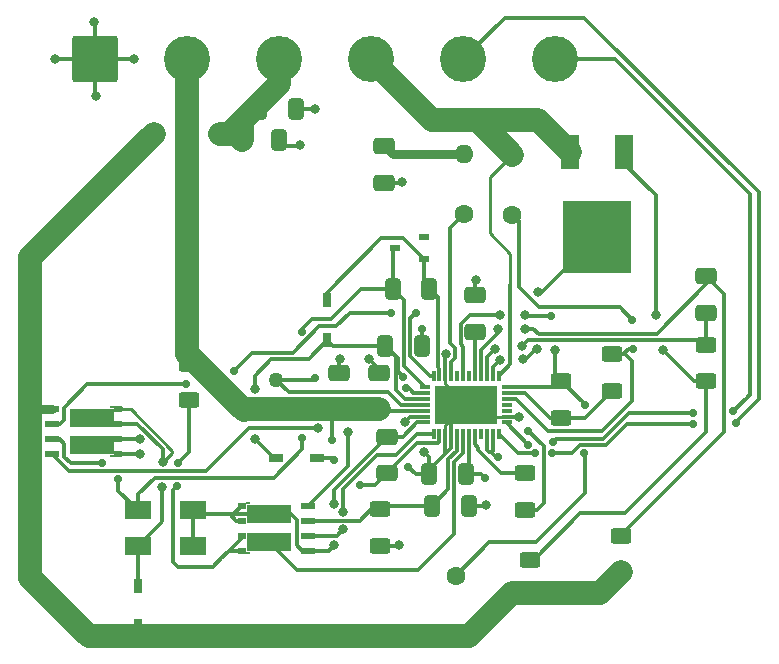
<source format=gbr>
%TF.GenerationSoftware,KiCad,Pcbnew,7.0.8*%
%TF.CreationDate,2024-02-23T11:16:18-06:00*%
%TF.ProjectId,LT4020_12_BatCharger,4c543430-3230-45f3-9132-5f4261744368,rev?*%
%TF.SameCoordinates,Original*%
%TF.FileFunction,Copper,L1,Top*%
%TF.FilePolarity,Positive*%
%FSLAX46Y46*%
G04 Gerber Fmt 4.6, Leading zero omitted, Abs format (unit mm)*
G04 Created by KiCad (PCBNEW 7.0.8) date 2024-02-23 11:16:18*
%MOMM*%
%LPD*%
G01*
G04 APERTURE LIST*
G04 Aperture macros list*
%AMRoundRect*
0 Rectangle with rounded corners*
0 $1 Rounding radius*
0 $2 $3 $4 $5 $6 $7 $8 $9 X,Y pos of 4 corners*
0 Add a 4 corners polygon primitive as box body*
4,1,4,$2,$3,$4,$5,$6,$7,$8,$9,$2,$3,0*
0 Add four circle primitives for the rounded corners*
1,1,$1+$1,$2,$3*
1,1,$1+$1,$4,$5*
1,1,$1+$1,$6,$7*
1,1,$1+$1,$8,$9*
0 Add four rect primitives between the rounded corners*
20,1,$1+$1,$2,$3,$4,$5,0*
20,1,$1+$1,$4,$5,$6,$7,0*
20,1,$1+$1,$6,$7,$8,$9,0*
20,1,$1+$1,$8,$9,$2,$3,0*%
G04 Aperture macros list end*
%TA.AperFunction,SMDPad,CuDef*%
%ADD10RoundRect,0.250000X0.625000X-0.400000X0.625000X0.400000X-0.625000X0.400000X-0.625000X-0.400000X0*%
%TD*%
%TA.AperFunction,SMDPad,CuDef*%
%ADD11R,3.810000X1.650000*%
%TD*%
%TA.AperFunction,SMDPad,CuDef*%
%ADD12R,1.270000X0.610000*%
%TD*%
%TA.AperFunction,SMDPad,CuDef*%
%ADD13R,0.710000X0.610000*%
%TD*%
%TA.AperFunction,SMDPad,CuDef*%
%ADD14R,0.310000X0.230000*%
%TD*%
%TA.AperFunction,ComponentPad*%
%ADD15RoundRect,0.250002X-1.699998X-1.699998X1.699998X-1.699998X1.699998X1.699998X-1.699998X1.699998X0*%
%TD*%
%TA.AperFunction,ComponentPad*%
%ADD16C,3.900000*%
%TD*%
%TA.AperFunction,SMDPad,CuDef*%
%ADD17R,2.200000X1.500000*%
%TD*%
%TA.AperFunction,SMDPad,CuDef*%
%ADD18R,0.750000X1.200000*%
%TD*%
%TA.AperFunction,SMDPad,CuDef*%
%ADD19RoundRect,0.250000X-0.412500X-0.650000X0.412500X-0.650000X0.412500X0.650000X-0.412500X0.650000X0*%
%TD*%
%TA.AperFunction,SMDPad,CuDef*%
%ADD20RoundRect,0.250000X-0.625000X0.400000X-0.625000X-0.400000X0.625000X-0.400000X0.625000X0.400000X0*%
%TD*%
%TA.AperFunction,SMDPad,CuDef*%
%ADD21RoundRect,0.250000X0.650000X-0.412500X0.650000X0.412500X-0.650000X0.412500X-0.650000X-0.412500X0*%
%TD*%
%TA.AperFunction,SMDPad,CuDef*%
%ADD22RoundRect,0.250000X0.412500X0.650000X-0.412500X0.650000X-0.412500X-0.650000X0.412500X-0.650000X0*%
%TD*%
%TA.AperFunction,ComponentPad*%
%ADD23R,1.275000X1.275000*%
%TD*%
%TA.AperFunction,ComponentPad*%
%ADD24C,1.275000*%
%TD*%
%TA.AperFunction,SMDPad,CuDef*%
%ADD25R,1.600000X3.000000*%
%TD*%
%TA.AperFunction,SMDPad,CuDef*%
%ADD26R,5.800000X6.200000*%
%TD*%
%TA.AperFunction,SMDPad,CuDef*%
%ADD27R,0.300000X0.850000*%
%TD*%
%TA.AperFunction,SMDPad,CuDef*%
%ADD28R,0.850000X0.300000*%
%TD*%
%TA.AperFunction,SMDPad,CuDef*%
%ADD29R,5.250000X3.250000*%
%TD*%
%TA.AperFunction,SMDPad,CuDef*%
%ADD30RoundRect,0.250000X-0.650000X0.412500X-0.650000X-0.412500X0.650000X-0.412500X0.650000X0.412500X0*%
%TD*%
%TA.AperFunction,ComponentPad*%
%ADD31C,1.600000*%
%TD*%
%TA.AperFunction,ComponentPad*%
%ADD32O,1.600000X1.600000*%
%TD*%
%TA.AperFunction,SMDPad,CuDef*%
%ADD33R,1.200000X0.750000*%
%TD*%
%TA.AperFunction,SMDPad,CuDef*%
%ADD34R,0.900000X0.600000*%
%TD*%
%TA.AperFunction,ViaPad*%
%ADD35C,0.800000*%
%TD*%
%TA.AperFunction,ViaPad*%
%ADD36C,0.700000*%
%TD*%
%TA.AperFunction,ViaPad*%
%ADD37C,1.500000*%
%TD*%
%TA.AperFunction,Conductor*%
%ADD38C,0.300000*%
%TD*%
%TA.AperFunction,Conductor*%
%ADD39C,0.250000*%
%TD*%
%TA.AperFunction,Conductor*%
%ADD40C,2.000000*%
%TD*%
%TA.AperFunction,Conductor*%
%ADD41C,0.750000*%
%TD*%
G04 APERTURE END LIST*
D10*
%TO.P,R_SENSEB1,1*%
%TO.N,GND*%
X192328800Y-104420000D03*
%TO.P,R_SENSEB1,2*%
%TO.N,/SENSEBOT*%
X192328800Y-101320000D03*
%TD*%
%TO.P,R_SENSEA1,1*%
%TO.N,/SENSETOP*%
X176149000Y-92075600D03*
%TO.P,R_SENSEA1,2*%
%TO.N,VIN*%
X176149000Y-88975600D03*
%TD*%
D11*
%TO.P,Q3,*%
%TO.N,GND*%
X167952000Y-95871600D03*
D12*
%TO.P,Q3,1,S1*%
%TO.N,VOUT*%
X164592000Y-92811600D03*
%TO.P,Q3,2,G1*%
%TO.N,/TG2*%
X164592000Y-94081600D03*
%TO.P,Q3,3,S2*%
%TO.N,/SW2*%
X164592000Y-95351600D03*
%TO.P,Q3,4,G2*%
%TO.N,/BG2*%
X164592000Y-96621600D03*
D13*
%TO.P,Q3,5,D2_1*%
%TO.N,GND*%
X170212000Y-96621600D03*
%TO.P,Q3,6,D2_2*%
X170212000Y-95351600D03*
%TO.P,Q3,7,D1_1*%
%TO.N,Net-(D3-A)*%
X170212000Y-94081600D03*
%TO.P,Q3,8,D1_2*%
X170212000Y-92811600D03*
D11*
%TO.P,Q3,9*%
X167952000Y-93561600D03*
D14*
%TO.P,Q3,11*%
X169702000Y-92621600D03*
%TO.P,Q3,12*%
%TO.N,GND*%
X169702000Y-96811600D03*
%TD*%
D15*
%TO.P,J1,1,Pin_1*%
%TO.N,GND*%
X168217600Y-63195200D03*
D16*
%TO.P,J1,2,Pin_2*%
%TO.N,VIN*%
X176017600Y-63195200D03*
%TO.P,J1,3,Pin_3*%
%TO.N,VOUT*%
X183817600Y-63195200D03*
%TO.P,J1,4,Pin_4*%
%TO.N,BAT_CHARGE_OUT*%
X191617600Y-63195200D03*
%TO.P,J1,5,Pin_5*%
%TO.N,STAT1*%
X199417600Y-63195200D03*
%TO.P,J1,6,Pin_6*%
%TO.N,STAT2*%
X207217600Y-63195200D03*
%TD*%
D17*
%TO.P,FL1,1,1*%
%TO.N,/SW2*%
X171855400Y-101371400D03*
%TO.P,FL1,2,2*%
%TO.N,Net-(D3-A)*%
X171855400Y-104371400D03*
%TO.P,FL1,3,3*%
%TO.N,/SW1*%
X176555400Y-104371400D03*
%TO.P,FL1,4,4*%
X176555400Y-101371400D03*
%TD*%
D18*
%TO.P,D3,1,K*%
%TO.N,VOUT*%
X171881800Y-111224800D03*
%TO.P,D3,2,A*%
%TO.N,Net-(D3-A)*%
X171881800Y-107824800D03*
%TD*%
D19*
%TO.P,C_senseB1,1*%
%TO.N,/SENSEBOT*%
X196760700Y-100990400D03*
%TO.P,C_senseB1,2*%
%TO.N,GND*%
X199885700Y-100990400D03*
%TD*%
D20*
%TO.P,R_FBMAX_1,1*%
%TO.N,/VFBMAX*%
X207695800Y-90448800D03*
%TO.P,R_FBMAX_1,2*%
%TO.N,/FBG*%
X207695800Y-93548800D03*
%TD*%
D10*
%TO.P,R_FB2,1*%
%TO.N,/FBG*%
X211963000Y-91288200D03*
%TO.P,R_FB2,2*%
%TO.N,/VFB*%
X211963000Y-88188200D03*
%TD*%
D21*
%TO.P,C_CSN1,1*%
%TO.N,/CSN*%
X220000000Y-84696700D03*
%TO.P,C_CSN1,2*%
%TO.N,/CSP*%
X220000000Y-81571700D03*
%TD*%
D22*
%TO.P,C_OUT2,1*%
%TO.N,GND*%
X185280700Y-67411600D03*
%TO.P,C_OUT2,2*%
%TO.N,VOUT*%
X182155700Y-67411600D03*
%TD*%
D20*
%TO.P,R_CSN1,1*%
%TO.N,/CSN*%
X220000000Y-87375400D03*
%TO.P,R_CSN1,2*%
%TO.N,/CS_DRAIN*%
X220000000Y-90475400D03*
%TD*%
D22*
%TO.P,C_IN3,1*%
%TO.N,VIN*%
X199657100Y-98348800D03*
%TO.P,C_IN3,2*%
%TO.N,GND*%
X196532100Y-98348800D03*
%TD*%
D23*
%TO.P,C_pvin1,1*%
%TO.N,VIN*%
X183591200Y-92842400D03*
D24*
%TO.P,C_pvin1,2*%
%TO.N,/PGND*%
X183591200Y-90342400D03*
%TD*%
D25*
%TO.P,Q1,1,D*%
%TO.N,/CS_DRAIN*%
X213028800Y-71075400D03*
D26*
%TO.P,Q1,2,G*%
%TO.N,/BGATE*%
X210743800Y-78255400D03*
D25*
%TO.P,Q1,3,S*%
%TO.N,BAT_CHARGE_OUT*%
X208458800Y-71075400D03*
%TD*%
D27*
%TO.P,IC1,1,TG1*%
%TO.N,Net-(IC1-TG1)*%
X196894000Y-94906000D03*
%TO.P,IC1,2,BST1*%
%TO.N,Net-(D2-K)*%
X197394000Y-94906000D03*
%TO.P,IC1,3,SGND_1*%
%TO.N,GND*%
X197894000Y-94906000D03*
%TO.P,IC1,4,SENSGND*%
X198394000Y-94906000D03*
%TO.P,IC1,5,SENSBOT*%
%TO.N,/SENSEBOT*%
X198894000Y-94906000D03*
%TO.P,IC1,6,SENSTOP*%
%TO.N,/SENSETOP*%
X199394000Y-94906000D03*
%TO.P,IC1,7,SENSVIN*%
%TO.N,VIN*%
X199894000Y-94906000D03*
%TO.P,IC1,8,RT*%
%TO.N,/RT*%
X200394000Y-94906000D03*
%TO.P,IC1,9,SHDN*%
%TO.N,unconnected-(IC1-SHDN-Pad9)*%
X200894000Y-94906000D03*
%TO.P,IC1,10,VIN_REG*%
%TO.N,/MODE*%
X201394000Y-94906000D03*
%TO.P,IC1,11,MODE*%
X201894000Y-94906000D03*
%TO.P,IC1,12,STAT1*%
%TO.N,STAT1*%
X202394000Y-94906000D03*
D28*
%TO.P,IC1,13,STAT2*%
%TO.N,STAT2*%
X203094000Y-93956000D03*
%TO.P,IC1,14,TIMER*%
%TO.N,GND*%
X203094000Y-93456000D03*
%TO.P,IC1,15,RNG/SS*%
%TO.N,unconnected-(IC1-RNG{slash}SS-Pad15)*%
X203094000Y-92956000D03*
%TO.P,IC1,16,NTC*%
%TO.N,unconnected-(IC1-NTC-Pad16)*%
X203094000Y-92456000D03*
%TO.P,IC1,17,VFB*%
%TO.N,/VFB*%
X203094000Y-91956000D03*
%TO.P,IC1,18,FBG*%
%TO.N,/FBG*%
X203094000Y-91456000D03*
%TO.P,IC1,19,VFBMIN*%
%TO.N,/VFBMAX*%
X203094000Y-90956000D03*
D27*
%TO.P,IC1,20,BAT*%
%TO.N,BAT_CHARGE_OUT*%
X202394000Y-90006000D03*
%TO.P,IC1,21,BGATE*%
%TO.N,/BGATE*%
X201894000Y-90006000D03*
%TO.P,IC1,22,CSN*%
%TO.N,/CSN*%
X201394000Y-90006000D03*
%TO.P,IC1,23,CSP*%
%TO.N,/CSP*%
X200894000Y-90006000D03*
%TO.P,IC1,24,CSOUT*%
%TO.N,Net-(IC1-CSOUT)*%
X200394000Y-90006000D03*
%TO.P,IC1,25,ILIMIT*%
%TO.N,unconnected-(IC1-ILIMIT-Pad25)*%
X199894000Y-90006000D03*
%TO.P,IC1,26,VFBMAX*%
%TO.N,/VFBMAX*%
X199394000Y-90006000D03*
%TO.P,IC1,27,ITH*%
%TO.N,unconnected-(IC1-ITH-Pad27)*%
X198894000Y-90006000D03*
%TO.P,IC1,28,VC*%
%TO.N,/VC*%
X198394000Y-90006000D03*
%TO.P,IC1,29,SGND_2*%
%TO.N,GND*%
X197894000Y-90006000D03*
%TO.P,IC1,30,BST2*%
%TO.N,/BST2*%
X197394000Y-90006000D03*
%TO.P,IC1,31,TG2*%
%TO.N,/TG2*%
X196894000Y-90006000D03*
D28*
%TO.P,IC1,32,SW2*%
%TO.N,/SW2*%
X196194000Y-90956000D03*
%TO.P,IC1,33,BG2*%
%TO.N,/BG2*%
X196194000Y-91456000D03*
%TO.P,IC1,34,INTVCC*%
%TO.N,/MODE*%
X196194000Y-91956000D03*
%TO.P,IC1,35,PGND*%
%TO.N,/PGND*%
X196194000Y-92456000D03*
%TO.P,IC1,36,PVIN*%
%TO.N,VIN*%
X196194000Y-92956000D03*
%TO.P,IC1,37,BG1*%
%TO.N,/BG1*%
X196194000Y-93456000D03*
%TO.P,IC1,38,SW1*%
%TO.N,/SW1*%
X196194000Y-93956000D03*
D29*
%TO.P,IC1,39,GND*%
%TO.N,GND*%
X199644000Y-92456000D03*
%TD*%
D30*
%TO.P,C_VC1,1*%
%TO.N,Net-(C_VC1-Pad1)*%
X192735200Y-70522700D03*
%TO.P,C_VC1,2*%
%TO.N,GND*%
X192735200Y-73647700D03*
%TD*%
D21*
%TO.P,C_IN1,1*%
%TO.N,VIN*%
X192278000Y-92850100D03*
%TO.P,C_IN1,2*%
%TO.N,GND*%
X192278000Y-89725100D03*
%TD*%
D19*
%TO.P,C_OUT1,1*%
%TO.N,VOUT*%
X180682500Y-70027800D03*
%TO.P,C_OUT1,2*%
%TO.N,GND*%
X183807500Y-70027800D03*
%TD*%
D21*
%TO.P,C_CSOUT1,1*%
%TO.N,Net-(IC1-CSOUT)*%
X200431400Y-86296900D03*
%TO.P,C_CSOUT1,2*%
%TO.N,GND*%
X200431400Y-83171900D03*
%TD*%
D31*
%TO.P,R_FB1,1*%
%TO.N,/VFB*%
X203555600Y-76358800D03*
D32*
%TO.P,R_FB1,2*%
%TO.N,BAT_CHARGE_OUT*%
X203555600Y-71278800D03*
%TD*%
D33*
%TO.P,D2,1,K*%
%TO.N,Net-(D2-K)*%
X186993000Y-96926400D03*
%TO.P,D2,2,A*%
%TO.N,/MODE*%
X183593000Y-96926400D03*
%TD*%
D22*
%TO.P,C_intvcc1,1*%
%TO.N,GND*%
X195948700Y-87452200D03*
%TO.P,C_intvcc1,2*%
%TO.N,/MODE*%
X192823700Y-87452200D03*
%TD*%
D31*
%TO.P,R_VC1,1*%
%TO.N,/VC*%
X199491600Y-76308000D03*
D32*
%TO.P,R_VC1,2*%
%TO.N,Net-(C_VC1-Pad1)*%
X199491600Y-71228000D03*
%TD*%
D30*
%TO.P,C_BST1,1*%
%TO.N,/SW1*%
X192938400Y-95148400D03*
%TO.P,C_BST1,2*%
%TO.N,Net-(D2-K)*%
X192938400Y-98273400D03*
%TD*%
D20*
%TO.P,R_CS1,1*%
%TO.N,/CS_DRAIN*%
X205054200Y-105612600D03*
%TO.P,R_CS1,2*%
%TO.N,VOUT*%
X205054200Y-108712600D03*
%TD*%
D22*
%TO.P,C_BST2,1*%
%TO.N,/BST2*%
X196546000Y-82626200D03*
%TO.P,C_BST2,2*%
%TO.N,/SW2*%
X193421000Y-82626200D03*
%TD*%
D10*
%TO.P,R_RT1,1*%
%TO.N,/PGND*%
X204622400Y-101346600D03*
%TO.P,R_RT1,2*%
%TO.N,/RT*%
X204622400Y-98246600D03*
%TD*%
D12*
%TO.P,Q2,1,S1*%
%TO.N,/SW1*%
X186283600Y-104800400D03*
%TO.P,Q2,2,G1*%
%TO.N,Net-(IC1-TG1)*%
X186283600Y-103530400D03*
%TO.P,Q2,3,S2*%
%TO.N,/SENSEBOT*%
X186283600Y-102260400D03*
%TO.P,Q2,4,G2*%
%TO.N,/BG1*%
X186283600Y-100990400D03*
D13*
%TO.P,Q2,5,D2_1*%
%TO.N,/SW1*%
X180663600Y-100990400D03*
%TO.P,Q2,6,D2_2*%
X180663600Y-102260400D03*
%TO.P,Q2,7,D1_1*%
%TO.N,/SENSETOP*%
X180663600Y-103530400D03*
%TO.P,Q2,8,D1_2*%
X180663600Y-104800400D03*
D11*
%TO.P,Q2,9*%
X182923600Y-104050400D03*
%TO.P,Q2,10*%
%TO.N,/SW1*%
X182923600Y-101740400D03*
D14*
%TO.P,Q2,11*%
%TO.N,/SENSETOP*%
X181173600Y-104990400D03*
%TO.P,Q2,12*%
%TO.N,/SW1*%
X181173600Y-100800400D03*
%TD*%
D10*
%TO.P,R_CSP1,1*%
%TO.N,VOUT*%
X212801200Y-106655200D03*
%TO.P,R_CSP1,2*%
%TO.N,/CSP*%
X212801200Y-103555200D03*
%TD*%
D34*
%TO.P,Z1,1,A*%
%TO.N,/BST2*%
X196068800Y-80147200D03*
%TO.P,Z1,2,N/C*%
%TO.N,unconnected-(Z1-N{slash}C-Pad2)*%
X196068800Y-78247200D03*
%TO.P,Z1,3,K*%
%TO.N,/SW2*%
X193668800Y-79197200D03*
%TD*%
D18*
%TO.P,D1,1,K*%
%TO.N,/BST2*%
X187883800Y-83593200D03*
%TO.P,D1,2,A*%
%TO.N,/MODE*%
X187883800Y-86993200D03*
%TD*%
D31*
%TO.P,R_FBMAX_2,1*%
%TO.N,/VFBMAX*%
X198755000Y-106927600D03*
D32*
%TO.P,R_FBMAX_2,2*%
%TO.N,VOUT*%
X198755000Y-112007600D03*
%TD*%
D21*
%TO.P,C_IN2,1*%
%TO.N,VIN*%
X188899800Y-92900900D03*
%TO.P,C_IN2,2*%
%TO.N,GND*%
X188899800Y-89775900D03*
%TD*%
D35*
%TO.N,/SW1*%
X188505900Y-100825557D03*
X188493400Y-104368600D03*
D36*
%TO.N,Net-(D2-K)*%
X188442600Y-97155000D03*
X190703200Y-99288600D03*
%TO.N,/SW2*%
X185750200Y-95250000D03*
X185750200Y-86293700D03*
X170205400Y-98768900D03*
X168833800Y-97369900D03*
D35*
%TO.N,/CSN*%
X202132022Y-87705686D03*
X204393800Y-87503000D03*
%TO.N,/CSP*%
X204673200Y-86004400D03*
X202361800Y-86055200D03*
%TO.N,GND*%
X194259200Y-73634600D03*
X168275000Y-66294000D03*
D36*
X195910200Y-86004400D03*
D35*
X185597800Y-70459600D03*
X171526200Y-63169800D03*
X200482200Y-81889600D03*
D36*
X194767200Y-97739200D03*
D35*
X191389000Y-88569800D03*
X201320400Y-100965000D03*
X204165200Y-93522800D03*
X168173400Y-60020200D03*
X164820600Y-63220600D03*
X193929000Y-104368600D03*
X188976000Y-88544400D03*
X172059600Y-95377000D03*
X197980500Y-88188800D03*
X172059600Y-96647000D03*
X186867800Y-67386200D03*
X196113400Y-96456700D03*
D36*
%TO.N,VIN*%
X188315600Y-95478600D03*
X201244200Y-98679000D03*
%TO.N,/MODE*%
X202336400Y-96901000D03*
D35*
X181737000Y-91084400D03*
D36*
X194310000Y-90068400D03*
D35*
X181787800Y-95326200D03*
D37*
%TO.N,VOUT*%
X179019200Y-69596000D03*
X173202600Y-69519800D03*
D36*
%TO.N,/PGND*%
X204927200Y-94640400D03*
X186893200Y-90195400D03*
D35*
%TO.N,Net-(IC1-TG1)*%
X189255400Y-101510900D03*
X189255400Y-103009900D03*
D36*
%TO.N,/SENSETOP*%
X175158400Y-99364800D03*
X175234600Y-97369900D03*
%TO.N,STAT1*%
X206922100Y-96545400D03*
X205486000Y-96545400D03*
X218897200Y-94056200D03*
X222478600Y-94030800D03*
%TO.N,STAT2*%
X218859753Y-93157477D03*
X206995631Y-95648908D03*
X204924085Y-95843006D03*
X222275400Y-92989400D03*
%TO.N,/VFB*%
X213690200Y-85242400D03*
X213741000Y-87694500D03*
D35*
%TO.N,/VFBMAX*%
X204673200Y-84836000D03*
X207137000Y-87807800D03*
D36*
X209626200Y-96570800D03*
D35*
X202514200Y-84836000D03*
D36*
X209677000Y-92506800D03*
X206832200Y-84912200D03*
D35*
%TO.N,/BGATE*%
X202539600Y-88646000D03*
X205740000Y-82905600D03*
X205689200Y-87744500D03*
X204470000Y-88620600D03*
D36*
%TO.N,/TG2*%
X193319400Y-84658200D03*
X180009800Y-89611200D03*
X175971200Y-90703400D03*
X195376800Y-84683600D03*
D35*
%TO.N,/BG2*%
X187096400Y-94449600D03*
D36*
X194538648Y-91035005D03*
D35*
%TO.N,/BG1*%
X194465823Y-93907223D03*
X189661800Y-94767400D03*
%TO.N,/CS_DRAIN*%
X216281000Y-87833200D03*
X215722200Y-84861400D03*
%TO.N,Net-(D3-A)*%
X173939200Y-99390200D03*
X173964600Y-97319900D03*
%TD*%
D38*
%TO.N,/SW1*%
X176555400Y-104371400D02*
X176555400Y-101371400D01*
X176924400Y-101740400D02*
X176555400Y-101371400D01*
X196194000Y-93956000D02*
X195477000Y-93956000D01*
X179933600Y-101720400D02*
X180663600Y-100990400D01*
X188061600Y-104800400D02*
X188493400Y-104368600D01*
X179628800Y-101740400D02*
X180148800Y-102260400D01*
X195477000Y-93956000D02*
X194284600Y-95148400D01*
X192938400Y-95203294D02*
X192938400Y-95148400D01*
X184828600Y-101740400D02*
X185298600Y-102210400D01*
X188505900Y-100825557D02*
X188505900Y-99635794D01*
X180282600Y-101371400D02*
X180663600Y-100990400D01*
X180148800Y-102260400D02*
X180663600Y-102260400D01*
X188505900Y-99635794D02*
X192938400Y-95203294D01*
X194284600Y-95148400D02*
X192938400Y-95148400D01*
X185298600Y-102210400D02*
X185298600Y-104323400D01*
X185298600Y-104323400D02*
X185775600Y-104800400D01*
X182923600Y-101740400D02*
X184828600Y-101740400D01*
X185775600Y-104800400D02*
X186283600Y-104800400D01*
X182923600Y-101740400D02*
X179933600Y-101740400D01*
X186283600Y-104800400D02*
X188061600Y-104800400D01*
X179933600Y-101740400D02*
X179628800Y-101740400D01*
X179628800Y-101740400D02*
X176924400Y-101740400D01*
X179933600Y-101740400D02*
X179933600Y-101720400D01*
%TO.N,Net-(D2-K)*%
X197394000Y-94906000D02*
X197394000Y-95595000D01*
X197281800Y-95707200D02*
X195504600Y-95707200D01*
X186993000Y-96926400D02*
X188214000Y-96926400D01*
X188214000Y-96926400D02*
X188442600Y-97155000D01*
X190703200Y-99288600D02*
X191923200Y-99288600D01*
X191923200Y-99288600D02*
X192938400Y-98273400D01*
X197394000Y-95595000D02*
X197281800Y-95707200D01*
X195504600Y-95707200D02*
X192938400Y-98273400D01*
%TO.N,/BST2*%
X196068800Y-80147200D02*
X194280600Y-78359000D01*
X196068800Y-82149000D02*
X196546000Y-82626200D01*
X197394000Y-89418600D02*
X197231000Y-89255600D01*
X194280600Y-78359000D02*
X192481200Y-78359000D01*
X197394000Y-90006000D02*
X197394000Y-89418600D01*
X197231000Y-89255600D02*
X197231000Y-83311200D01*
X187883800Y-82956400D02*
X187883800Y-83593200D01*
X192481200Y-78359000D02*
X187883800Y-82956400D01*
X196068800Y-80147200D02*
X196068800Y-82149000D01*
X197231000Y-83311200D02*
X196546000Y-82626200D01*
%TO.N,/SW2*%
X173266800Y-98640200D02*
X183349176Y-98640200D01*
X171855400Y-100051600D02*
X173266800Y-98640200D01*
X170205400Y-98768900D02*
X170205400Y-99721400D01*
X171855400Y-101371400D02*
X171855400Y-100051600D01*
X165633400Y-95758000D02*
X165633400Y-96875600D01*
X194386200Y-89148200D02*
X194386200Y-83591400D01*
X168833800Y-97409000D02*
X168833800Y-97369900D01*
X193421000Y-82626200D02*
X193421000Y-79445000D01*
X170205400Y-99721400D02*
X171855400Y-101371400D01*
X185750200Y-86029800D02*
X186563000Y-85217000D01*
X165227000Y-95351600D02*
X165633400Y-95758000D01*
X186563000Y-85217000D02*
X188190024Y-85217000D01*
X185750200Y-96239176D02*
X185750200Y-95250000D01*
X166166800Y-97409000D02*
X168833800Y-97409000D01*
X196194000Y-90956000D02*
X194386200Y-89148200D01*
X183349176Y-98640200D02*
X185750200Y-96239176D01*
X193421000Y-79445000D02*
X193668800Y-79197200D01*
X165633400Y-96875600D02*
X166166800Y-97409000D01*
X190780824Y-82626200D02*
X193421000Y-82626200D01*
X164592000Y-95351600D02*
X165227000Y-95351600D01*
X194386200Y-83591400D02*
X193421000Y-82626200D01*
X185750200Y-86293700D02*
X185750200Y-86029800D01*
X188190024Y-85217000D02*
X190780824Y-82626200D01*
%TO.N,/CSN*%
X220000000Y-87375400D02*
X220000000Y-84696700D01*
X204901800Y-86995000D02*
X204393800Y-87503000D01*
X201394000Y-90006000D02*
X201394000Y-89290755D01*
X219619600Y-86995000D02*
X220000000Y-87375400D01*
X201394000Y-89290755D02*
X201394000Y-88443708D01*
X205663800Y-86995000D02*
X219619600Y-86995000D01*
X205663800Y-86995000D02*
X204901800Y-86995000D01*
X201394000Y-88443708D02*
X202132022Y-87705686D01*
%TO.N,/CSP*%
X205790800Y-86461600D02*
X205333600Y-86004400D01*
X200894000Y-87807435D02*
X202361800Y-86339635D01*
X220000000Y-81571700D02*
X220000000Y-82234600D01*
X200894000Y-88442800D02*
X200894000Y-87807435D01*
X215773000Y-86461600D02*
X205790800Y-86461600D01*
X205333600Y-86004400D02*
X204673200Y-86004400D01*
X220000000Y-81571700D02*
X221525250Y-83096950D01*
X212801200Y-103479600D02*
X212801200Y-103555200D01*
X221525250Y-83096950D02*
X221525250Y-94755550D01*
X202361800Y-86339635D02*
X202361800Y-86055200D01*
X204673200Y-86004400D02*
X204723486Y-86054686D01*
X200894000Y-90006000D02*
X200894000Y-88442800D01*
X220000000Y-82234600D02*
X215773000Y-86461600D01*
X221525250Y-94755550D02*
X212801200Y-103479600D01*
%TO.N,Net-(IC1-CSOUT)*%
X200435090Y-86300590D02*
X200431400Y-86296900D01*
X200394000Y-90006000D02*
X200394000Y-89103200D01*
X200394000Y-86334300D02*
X200431400Y-86296900D01*
X200394000Y-89103200D02*
X200394000Y-86334300D01*
%TO.N,GND*%
X168217600Y-63195200D02*
X168217600Y-60064400D01*
X186842400Y-67411600D02*
X186867800Y-67386200D01*
X198394000Y-94906000D02*
X198394000Y-93706000D01*
X196532100Y-98348800D02*
X196532100Y-96875400D01*
X197565294Y-96955894D02*
X196532100Y-97989088D01*
X201295000Y-100990400D02*
X201320400Y-100965000D01*
X170212000Y-95351600D02*
X172034200Y-95351600D01*
D39*
X200644000Y-93456000D02*
X199644000Y-92456000D01*
D38*
X172034200Y-95351600D02*
X172059600Y-95377000D01*
X197894000Y-94906000D02*
X197894000Y-96627188D01*
X194246100Y-73647700D02*
X194259200Y-73634600D01*
X185547000Y-70510400D02*
X185597800Y-70459600D01*
X185280700Y-67411600D02*
X186842400Y-67411600D01*
X188899800Y-89775900D02*
X188899800Y-88620600D01*
X200431400Y-81940400D02*
X200482200Y-81889600D01*
X204098400Y-93456000D02*
X204165200Y-93522800D01*
X197894000Y-90006000D02*
X197894000Y-88275300D01*
X198394000Y-96127188D02*
X197565294Y-96955894D01*
X203094000Y-93456000D02*
X204098400Y-93456000D01*
D39*
X197894000Y-90706000D02*
X199644000Y-92456000D01*
D38*
X172034200Y-96621600D02*
X172059600Y-96647000D01*
X192278000Y-89458800D02*
X191389000Y-88569800D01*
X195948700Y-86042900D02*
X195910200Y-86004400D01*
X168217600Y-66236600D02*
X168275000Y-66294000D01*
X164846000Y-63195200D02*
X164820600Y-63220600D01*
X188899800Y-88620600D02*
X188976000Y-88544400D01*
X170212000Y-96621600D02*
X172034200Y-96621600D01*
X196532100Y-98348800D02*
X195376800Y-98348800D01*
X198394000Y-93706000D02*
X199644000Y-92456000D01*
X192328800Y-104420000D02*
X193877600Y-104420000D01*
X197894000Y-96627188D02*
X197565294Y-96955894D01*
X199885700Y-100990400D02*
X201295000Y-100990400D01*
X168217600Y-63195200D02*
X168217600Y-66236600D01*
X195948700Y-87452200D02*
X195948700Y-86042900D01*
X196532100Y-97989088D02*
X196532100Y-98348800D01*
X168217600Y-63195200D02*
X171500800Y-63195200D01*
X192735200Y-73647700D02*
X194246100Y-73647700D01*
X198394000Y-94906000D02*
X198394000Y-96127188D01*
X168217600Y-60064400D02*
X168173400Y-60020200D01*
D39*
X197894000Y-94206000D02*
X199644000Y-92456000D01*
D38*
X200431400Y-83171900D02*
X200431400Y-81940400D01*
X196532100Y-96875400D02*
X196113400Y-96456700D01*
X192278000Y-89725100D02*
X192278000Y-89458800D01*
D39*
X197894000Y-94906000D02*
X197894000Y-94206000D01*
X203094000Y-93456000D02*
X200644000Y-93456000D01*
X197894000Y-90006000D02*
X197894000Y-90706000D01*
D38*
X171500800Y-63195200D02*
X171526200Y-63169800D01*
X193877600Y-104420000D02*
X193929000Y-104368600D01*
X168217600Y-63195200D02*
X164846000Y-63195200D01*
X195376800Y-98348800D02*
X194767200Y-97739200D01*
X184086900Y-70510400D02*
X185547000Y-70510400D01*
X197894000Y-88275300D02*
X197980500Y-88188800D01*
%TO.N,VIN*%
X199657100Y-98348800D02*
X200914000Y-98348800D01*
X188315600Y-93485100D02*
X188899800Y-92900900D01*
X196194000Y-92956000D02*
X192955000Y-92956000D01*
D40*
X176017600Y-88134400D02*
X180822600Y-92939400D01*
D38*
X199894000Y-94906000D02*
X199894000Y-96867300D01*
D40*
X176017600Y-63195200D02*
X176017600Y-88134400D01*
D38*
X200914000Y-98348800D02*
X201244200Y-98679000D01*
D40*
X180911900Y-92850100D02*
X192278000Y-92850100D01*
X180822600Y-92939400D02*
X180911900Y-92850100D01*
D38*
X199894000Y-96867300D02*
X199885700Y-96875600D01*
X199894000Y-98111900D02*
X199657100Y-98348800D01*
X188315600Y-95478600D02*
X188315600Y-93485100D01*
X192955000Y-92956000D02*
X192938400Y-92939400D01*
X199894000Y-94906000D02*
X199894000Y-98111900D01*
%TO.N,/MODE*%
X201752200Y-96494600D02*
X201574400Y-96494600D01*
X201894000Y-96352800D02*
X201752200Y-96494600D01*
X194470400Y-91956000D02*
X193751200Y-91236800D01*
X201394000Y-96314200D02*
X201574400Y-96494600D01*
X192823700Y-87452200D02*
X193751200Y-88379700D01*
X186307200Y-88569800D02*
X187883800Y-86993200D01*
X181737000Y-89992200D02*
X181737000Y-91084400D01*
X196194000Y-91956000D02*
X194470400Y-91956000D01*
X183593000Y-96926400D02*
X183388000Y-96926400D01*
X193886200Y-88514700D02*
X192823700Y-87452200D01*
X188342800Y-87452200D02*
X192823700Y-87452200D01*
X193886200Y-89636987D02*
X193886200Y-89644600D01*
X201752200Y-96494600D02*
X202158600Y-96901000D01*
X194227276Y-89978063D02*
X193886200Y-89636987D01*
X193886200Y-89636987D02*
X193886200Y-88514700D01*
X201894000Y-94906000D02*
X201894000Y-96352800D01*
X183159400Y-88569800D02*
X186307200Y-88569800D01*
X202158600Y-96901000D02*
X202336400Y-96901000D01*
X181737000Y-89992200D02*
X183159400Y-88569800D01*
X183388000Y-96926400D02*
X181787800Y-95326200D01*
X201394000Y-95808800D02*
X201394000Y-96314200D01*
X193751200Y-88379700D02*
X193751200Y-91236800D01*
X187883800Y-86993200D02*
X188342800Y-87452200D01*
X201394000Y-94906000D02*
X201394000Y-95808800D01*
X193886200Y-89644600D02*
X194310000Y-90068400D01*
D40*
%TO.N,VOUT*%
X180682500Y-68439900D02*
X180682500Y-70027800D01*
X162757000Y-92786200D02*
X162757000Y-107080200D01*
X179615700Y-69494400D02*
X178816000Y-69494400D01*
X182771850Y-66338250D02*
X180676350Y-68433750D01*
X183817600Y-63195200D02*
X183817600Y-65292500D01*
D41*
X162782400Y-92811600D02*
X162757000Y-92786200D01*
D40*
X173202600Y-69519800D02*
X162757000Y-79965400D01*
X180676350Y-68433750D02*
X179615700Y-69494400D01*
X162757000Y-107080200D02*
X167741600Y-112064800D01*
X167741600Y-112064800D02*
X199923400Y-112064800D01*
X199923400Y-112064800D02*
X203555600Y-108432600D01*
X199923400Y-112064800D02*
X198856600Y-112064800D01*
X180676350Y-68433750D02*
X180682500Y-68439900D01*
X162757000Y-79965400D02*
X162757000Y-92786200D01*
D41*
X164592000Y-92811600D02*
X162782400Y-92811600D01*
D40*
X183817600Y-65292500D02*
X182771850Y-66338250D01*
X211023800Y-108432600D02*
X212801200Y-106655200D01*
X203555600Y-108432600D02*
X211023800Y-108432600D01*
D38*
%TO.N,/PGND*%
X186746200Y-90342400D02*
X183591200Y-90342400D01*
X205688600Y-101346600D02*
X206222600Y-100812600D01*
X193065400Y-91363800D02*
X184612600Y-91363800D01*
X206222600Y-100812600D02*
X206222600Y-95935800D01*
X186893200Y-90195400D02*
X186746200Y-90342400D01*
X184612600Y-91363800D02*
X183591200Y-90342400D01*
X206222600Y-95935800D02*
X204927200Y-94640400D01*
X194157600Y-92456000D02*
X193065400Y-91363800D01*
X204622400Y-101346600D02*
X205688600Y-101346600D01*
X196194000Y-92456000D02*
X194157600Y-92456000D01*
%TO.N,/SENSEBOT*%
X196760700Y-100520900D02*
X196760700Y-100990400D01*
X198894000Y-96334294D02*
X198894000Y-94906000D01*
X198144600Y-99606500D02*
X198144600Y-97083694D01*
X190677800Y-102260400D02*
X186283600Y-102260400D01*
X196760700Y-100990400D02*
X198144600Y-99606500D01*
X192328800Y-101320000D02*
X191618200Y-101320000D01*
X198144600Y-97083694D02*
X198894000Y-96334294D01*
X196760700Y-100990400D02*
X192658400Y-100990400D01*
X192658400Y-100990400D02*
X192328800Y-101320000D01*
X191618200Y-101320000D02*
X190677800Y-102260400D01*
D41*
%TO.N,Net-(C_VC1-Pad1)*%
X193440500Y-71228000D02*
X192735200Y-70522700D01*
X199491600Y-71228000D02*
X193440500Y-71228000D01*
D38*
%TO.N,Net-(IC1-TG1)*%
X193675000Y-96723200D02*
X192125600Y-96723200D01*
X196894000Y-94906000D02*
X195492200Y-94906000D01*
X192125600Y-96723200D02*
X189255400Y-99593400D01*
X188734900Y-103530400D02*
X186283600Y-103530400D01*
X189255400Y-99593400D02*
X189255400Y-101510900D01*
X189255400Y-103009900D02*
X188734900Y-103530400D01*
X195492200Y-94906000D02*
X193675000Y-96723200D01*
%TO.N,/SENSETOP*%
X178981100Y-105371900D02*
X178181000Y-106172000D01*
X199394000Y-96541400D02*
X198644600Y-97290800D01*
X179552600Y-104800400D02*
X178981100Y-105371900D01*
X175234600Y-106172000D02*
X174828200Y-105765600D01*
X174828200Y-105765600D02*
X174828200Y-99695000D01*
X185299200Y-106426000D02*
X182923600Y-104050400D01*
D39*
X178981100Y-105371900D02*
X180663600Y-103689400D01*
D38*
X174828200Y-99695000D02*
X175158400Y-99364800D01*
X178181000Y-106172000D02*
X175234600Y-106172000D01*
X180663600Y-104800400D02*
X179552600Y-104800400D01*
X198644600Y-97290800D02*
X198644600Y-103361400D01*
X176149000Y-96455500D02*
X176149000Y-92075600D01*
X175234600Y-97369900D02*
X176149000Y-96455500D01*
X199394000Y-94906000D02*
X199394000Y-96541400D01*
X195580000Y-106426000D02*
X185299200Y-106426000D01*
X198644600Y-103361400D02*
X195580000Y-106426000D01*
D39*
X180663600Y-103689400D02*
X180663600Y-103530400D01*
D38*
%TO.N,/RT*%
X200394000Y-95803070D02*
X200669600Y-96078670D01*
X202619294Y-98246600D02*
X204622400Y-98246600D01*
X200669600Y-96078670D02*
X200669600Y-96301000D01*
X200669600Y-96296906D02*
X202619294Y-98246600D01*
X200394000Y-95803070D02*
X200394000Y-94906000D01*
X200669600Y-96078670D02*
X200669600Y-96296906D01*
%TO.N,STAT1*%
X222478600Y-94030800D02*
X222478600Y-93929200D01*
X202922800Y-59690000D02*
X199417600Y-63195200D01*
X211469200Y-95870800D02*
X213283800Y-94056200D01*
X213283800Y-94056200D02*
X218897200Y-94056200D01*
X202394000Y-94906000D02*
X204033400Y-96545400D01*
X224434400Y-91973400D02*
X224434400Y-74472800D01*
X209651600Y-59690000D02*
X202922800Y-59690000D01*
X208610200Y-96545400D02*
X209284800Y-95870800D01*
X209284800Y-95870800D02*
X211469200Y-95870800D01*
X222478600Y-93929200D02*
X224434400Y-91973400D01*
X224434400Y-74472800D02*
X209651600Y-59690000D01*
X206922100Y-96545400D02*
X208610200Y-96545400D01*
X204033400Y-96545400D02*
X205486000Y-96545400D01*
%TO.N,STAT2*%
X223672400Y-91592400D02*
X223672400Y-74625200D01*
X222275400Y-92989400D02*
X223481900Y-91782900D01*
X223672400Y-74625200D02*
X212242400Y-63195200D01*
X223545400Y-91719400D02*
X223570800Y-91719400D01*
X206995631Y-95648908D02*
X207273739Y-95370800D01*
X213475417Y-93157477D02*
X218859753Y-93157477D01*
X211262094Y-95370800D02*
X213475417Y-93157477D01*
X207273739Y-95370800D02*
X211262094Y-95370800D01*
X223481900Y-91782900D02*
X223672400Y-91592400D01*
X203094000Y-94012921D02*
X204924085Y-95843006D01*
X212242400Y-63195200D02*
X207217600Y-63195200D01*
X223481900Y-91782900D02*
X223545400Y-91719400D01*
X203094000Y-93956000D02*
X203094000Y-94012921D01*
%TO.N,/VFB*%
X213106000Y-88188200D02*
X212928200Y-88188200D01*
X211162900Y-94678500D02*
X213665100Y-92176300D01*
X213690200Y-85242400D02*
X212660000Y-84212200D01*
X212928200Y-88188200D02*
X211963000Y-88188200D01*
X203843000Y-91956000D02*
X206565500Y-94678500D01*
X206565500Y-94678500D02*
X211162900Y-94678500D01*
X205827400Y-84212200D02*
X204117729Y-82502529D01*
X204117729Y-76920929D02*
X203555600Y-76358800D01*
X213741000Y-87694500D02*
X213421900Y-87694500D01*
X212660000Y-84212200D02*
X205827400Y-84212200D01*
X204117729Y-82502529D02*
X204117729Y-76920929D01*
X213665100Y-92176300D02*
X213665100Y-88747300D01*
X203094000Y-91956000D02*
X203843000Y-91956000D01*
X211710200Y-87935400D02*
X211963000Y-88188200D01*
X213421900Y-87694500D02*
X212928200Y-88188200D01*
X213665100Y-88747300D02*
X213106000Y-88188200D01*
%TO.N,/FBG*%
X206715200Y-93548800D02*
X207695800Y-93548800D01*
X209702400Y-93548800D02*
X211963000Y-91288200D01*
X207695800Y-93548800D02*
X209702400Y-93548800D01*
X204622400Y-91456000D02*
X206715200Y-93548800D01*
X203094000Y-91456000D02*
X204622400Y-91456000D01*
%TO.N,/VFBMAX*%
X199181400Y-85628800D02*
X199974200Y-84836000D01*
X207188600Y-90956000D02*
X207695800Y-90448800D01*
X208178400Y-89966200D02*
X207695800Y-90448800D01*
X199394000Y-90006000D02*
X199394000Y-89436024D01*
X200990200Y-84836000D02*
X202514200Y-84836000D01*
X199974200Y-84836000D02*
X200990200Y-84836000D01*
X199390000Y-89432024D02*
X199390000Y-87553800D01*
X199394000Y-89436024D02*
X199390000Y-89432024D01*
X199181400Y-87345200D02*
X199181400Y-85628800D01*
X207137000Y-87807800D02*
X207137000Y-89890000D01*
X208267100Y-89979700D02*
X207949800Y-90297000D01*
X206832200Y-84912200D02*
X204749400Y-84912200D01*
X209702400Y-96647000D02*
X209626200Y-96570800D01*
X201618800Y-104063800D02*
X205536800Y-104063800D01*
X207848800Y-90601800D02*
X207695800Y-90448800D01*
X204749400Y-84912200D02*
X204673200Y-84836000D01*
X203094000Y-90956000D02*
X207188600Y-90956000D01*
X209677000Y-92506800D02*
X209677000Y-92430000D01*
X209702400Y-99898200D02*
X209702400Y-96647000D01*
X198755000Y-106927600D02*
X201618800Y-104063800D01*
X199390000Y-87553800D02*
X199181400Y-87345200D01*
X209702400Y-99898200D02*
X205536800Y-104063800D01*
X209677000Y-92430000D02*
X207695800Y-90448800D01*
X207137000Y-89890000D02*
X207695800Y-90448800D01*
%TO.N,BAT_CHARGE_OUT*%
X203377800Y-89022200D02*
X203377800Y-82320400D01*
X202394000Y-90006000D02*
X203377800Y-89022200D01*
D40*
X196799200Y-68376800D02*
X201319800Y-68376800D01*
X205760200Y-68376800D02*
X208458800Y-71075400D01*
X201319800Y-68376800D02*
X205760200Y-68376800D01*
X191617600Y-63195200D02*
X196799200Y-68376800D01*
X200653600Y-68376800D02*
X203555600Y-71278800D01*
D39*
X201650600Y-73183800D02*
X203555600Y-71278800D01*
X203377800Y-82320400D02*
X203377800Y-79679800D01*
D40*
X196799200Y-68376800D02*
X200653600Y-68376800D01*
D39*
X203377800Y-79679800D02*
X201650600Y-77952600D01*
X201650600Y-77952600D02*
X201650600Y-73183800D01*
D38*
%TO.N,/BGATE*%
X201894000Y-90006000D02*
X201894000Y-89291600D01*
X201894000Y-89291600D02*
X202539600Y-88646000D01*
X205689200Y-87630000D02*
X205689200Y-87744500D01*
X204698600Y-88620600D02*
X205689200Y-87630000D01*
X205740000Y-82905600D02*
X206093600Y-82905600D01*
X204470000Y-88620600D02*
X204698600Y-88620600D01*
X206093600Y-82905600D02*
X210743800Y-78255400D01*
%TO.N,/VC*%
X198272400Y-77527200D02*
X198910600Y-76889000D01*
X198272400Y-87198200D02*
X198272400Y-77527200D01*
X198910600Y-76889000D02*
X199491600Y-76308000D01*
X198394000Y-90006000D02*
X198394000Y-88835961D01*
X198730500Y-87656300D02*
X198272400Y-87198200D01*
X198394000Y-88835961D02*
X198730500Y-88499461D01*
X198730500Y-88499461D02*
X198730500Y-87656300D01*
%TO.N,/TG2*%
X181551200Y-88069800D02*
X184964050Y-88069800D01*
X165227000Y-94081600D02*
X164592000Y-94081600D01*
X167585224Y-90703400D02*
X165577000Y-92711624D01*
X196894000Y-90006000D02*
X196591470Y-90006000D01*
X165577000Y-92711624D02*
X165577000Y-93731600D01*
X194936200Y-85124200D02*
X195376800Y-84683600D01*
X180009800Y-89611200D02*
X181551200Y-88069800D01*
X194936200Y-85725000D02*
X194936200Y-85124200D01*
X194936200Y-88350730D02*
X194936200Y-85725000D01*
X193319400Y-84658200D02*
X189788800Y-84658200D01*
X165577000Y-93731600D02*
X165227000Y-94081600D01*
X187207250Y-85826600D02*
X188620400Y-85826600D01*
X196591470Y-90006000D02*
X194936200Y-88350730D01*
X188620400Y-85826600D02*
X189788800Y-84658200D01*
X184964050Y-88069800D02*
X187207250Y-85826600D01*
X175971200Y-90703400D02*
X167585224Y-90703400D01*
%TO.N,/BG2*%
X194768605Y-91035005D02*
X194538648Y-91035005D01*
X196194000Y-91456000D02*
X195189600Y-91456000D01*
X177622200Y-98069400D02*
X166039800Y-98069400D01*
X194870253Y-91136653D02*
X194640296Y-91136653D01*
X194970400Y-91236800D02*
X194768605Y-91035005D01*
X166039800Y-98069400D02*
X164592000Y-96621600D01*
X195189600Y-91456000D02*
X194970400Y-91236800D01*
X181242000Y-94449600D02*
X177622200Y-98069400D01*
X194970400Y-91236800D02*
X194870253Y-91136653D01*
X187096400Y-94449600D02*
X181242000Y-94449600D01*
%TO.N,/BG1*%
X189661800Y-97612200D02*
X186283600Y-100990400D01*
X196194000Y-93456000D02*
X195529200Y-93456000D01*
X189661800Y-94767400D02*
X189661800Y-97612200D01*
X194917046Y-93456000D02*
X194465823Y-93907223D01*
X195529200Y-93456000D02*
X194917046Y-93456000D01*
%TO.N,/CS_DRAIN*%
X213106000Y-101650800D02*
X220000000Y-94756800D01*
X215722200Y-74718600D02*
X213054200Y-72050600D01*
X209321400Y-101650800D02*
X213106000Y-101650800D01*
X205054200Y-105612600D02*
X205359600Y-105612600D01*
X215722200Y-84861400D02*
X215722200Y-74718600D01*
X205359600Y-105612600D02*
X209321400Y-101650800D01*
X216281000Y-87833200D02*
X218923200Y-90475400D01*
X218923200Y-90475400D02*
X220000000Y-90475400D01*
X220000000Y-94756800D02*
X220000000Y-90475400D01*
%TO.N,Net-(D3-A)*%
X173800400Y-102426400D02*
X171855400Y-104371400D01*
X173964600Y-96545400D02*
X173964600Y-97319900D01*
D39*
X174777400Y-96545400D02*
X174002900Y-97319900D01*
D38*
X171855400Y-107798400D02*
X171881800Y-107824800D01*
X171855400Y-104371400D02*
X171855400Y-107798400D01*
D39*
X171246800Y-92811600D02*
X174777400Y-96342200D01*
D38*
X170212000Y-94081600D02*
X170611800Y-94081600D01*
D39*
X170212000Y-92811600D02*
X171246800Y-92811600D01*
D38*
X173939200Y-102287600D02*
X173939200Y-99390200D01*
X173800400Y-102426400D02*
X173939200Y-102287600D01*
X170611800Y-94081600D02*
X171824861Y-94081600D01*
D39*
X174002900Y-97319900D02*
X173964600Y-97319900D01*
D38*
X170212000Y-92811600D02*
X170554861Y-92811600D01*
D39*
X174777400Y-96342200D02*
X174777400Y-96545400D01*
D38*
X171824861Y-94081600D02*
X173964600Y-96221339D01*
X173964600Y-96221339D02*
X173964600Y-96545400D01*
%TD*%
M02*

</source>
